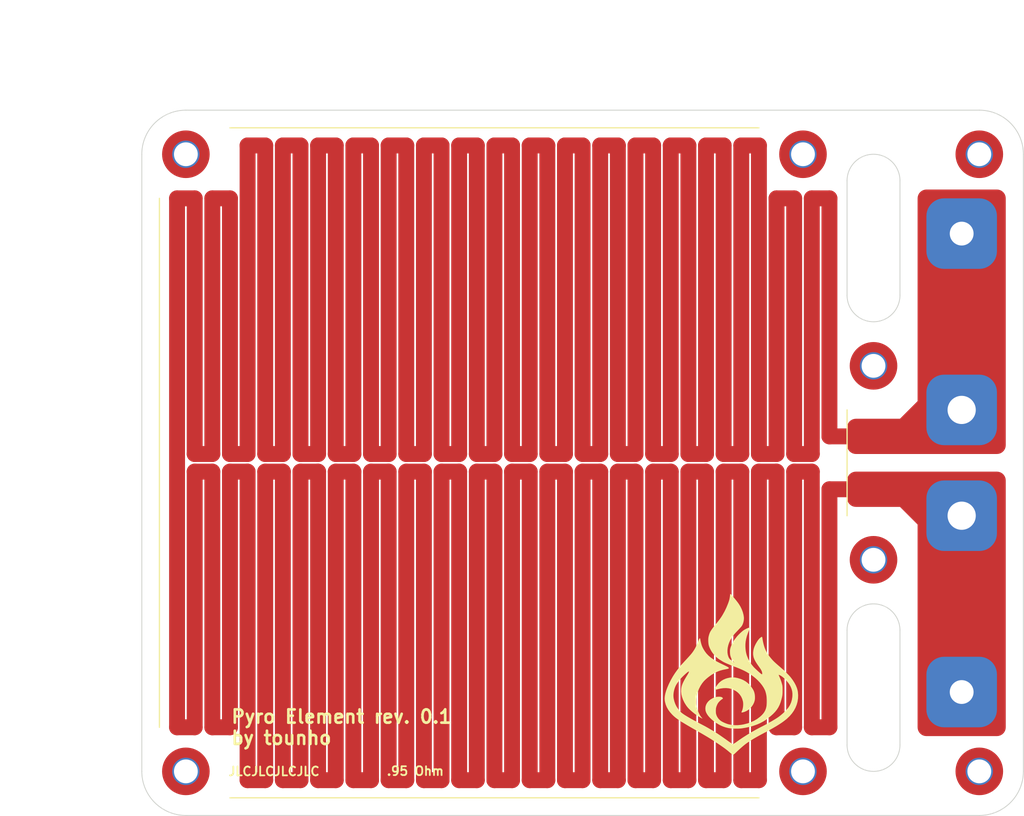
<source format=kicad_pcb>
(kicad_pcb (version 20221018) (generator pcbnew)
  (layers (0 "F.Cu" signal) (31 "B.Cu" signal) (34 "B.Paste" user) (35 "F.Paste" user) (36 "B.SilkS" user "B.Silkscreen") (37 "F.SilkS" user "F.Silkscreen") (38 "B.Mask" user) (39 "F.Mask" user) (44 "Edge.Cuts" user))
  (net 0 "")
  (net 1 "Net-(H1-Pad1)")
  (footprint "LOGO" (layer "F.Cu") (at 117 114)
    (fp_text reference "G***" hide)
    (fp_text value "LOGO" hide)
    (fp_poly (pts (xy 0.296362 0.353749) (xy 0.516747 0.395079) (xy 0.600085 0.415353) (xy 0.928177 0.515059) (xy 1.222761 0.639288) (xy 1.488456 0.791322) (xy 1.729881 0.974445) (xy 1.951652 1.191939) (xy 2.158388 1.447087) (xy 2.262283 1.596947) (xy 2.353238 1.744269) (xy 2.42032 1.878667) (xy 2.470814 2.017703) (xy 2.51201 2.178936) (xy 2.520592 2.219338) (xy 2.541654 2.361894) (xy 2.55229 2.524748) (xy 2.552473 2.692156) (xy 2.542175 2.848371) (xy 2.521914 2.975317) (xy 2.445904 3.211869) (xy 2.332318 3.438997) (xy 2.186191 3.651397) (xy 2.01256 3.843759) (xy 1.816464 4.010779) (xy 1.602937 4.147148) (xy 1.377018 4.247561) (xy 1.287895 4.275483) (xy 1.17016 4.305176) (xy 1.088273 4.318752) (xy 1.03774 4.316737) (xy 1.019306 4.30705) (xy 1.020717 4.281701) (xy 1.038905 4.231167) (xy 1.058002 4.190343) (xy 1.126307 4.020647) (xy 1.176745 3.822924) (xy 1.208012 3.609524) (xy 1.218806 3.392798) (xy 1.207822 3.185095) (xy 1.180803 3.026586) (xy 1.093984 2.748654) (xy 0.972313 2.496921) (xy 0.815691 2.271266) (xy 0.624018 2.071568) (xy 0.397196 1.897708) (xy 0.135126 1.749564) (xy 0.124506 1.744457) (xy -0.138796 1.642516) (xy -0.422808 1.577937) (xy -0.725638 1.55075) (xy -1.045392 1.560983) (xy -1.380176 1.608668) (xy -1.728097 1.693832) (xy -1.796563 1.714574) (xy -1.878007 1.737867) (xy -1.943805 1.752731) (xy -1.982759 1.756764) (xy -1.987499 1.755527) (xy -2.00654 1.719464) (xy -1.997954 1.655353) (xy -1.963836 1.567106) (xy -1.90628 1.458636) (xy -1.827379 1.333853) (xy -1.729229 1.19667) (xy -1.613922 1.050998) (xy -1.603866 1.038912) (xy -1.443264 0.875719) (xy -1.24885 0.726736) (xy -1.029547 0.597314) (xy -0.794277 0.492804) (xy -0.581693 0.425838) (xy -0.338199 0.371986) (xy -0.118859 0.342093) (xy 0.088577 0.33605)) (fill solid) (layer "F.SilkS"))
    (fp_poly (pts (xy -0.219759 -9.120637) (xy -0.175544 -9.082677) (xy -0.111992 -9.018673) (xy -0.032728 -8.932908) (xy 0.058619 -8.829663) (xy 0.158424 -8.713221) (xy 0.26306 -8.587862) (xy 0.368901 -8.45787) (xy 0.47232 -8.327526) (xy 0.569691 -8.201112) (xy 0.657387 -8.082909) (xy 0.723041 -7.990009) (xy 0.903895 -7.695237) (xy 1.055414 -7.383553) (xy 1.174492 -7.063108) (xy 1.258025 -6.742053) (xy 1.298138 -6.480928) (xy 1.301478 -6.292235) (xy 1.277714 -6.088043) (xy 1.230137 -5.881943) (xy 1.162037 -5.687527) (xy 1.076705 -5.518385) (xy 1.057951 -5.488923) (xy 1.018282 -5.436537) (xy 0.953378 -5.359453) (xy 0.868806 -5.263891) (xy 0.770129 -5.156073) (xy 0.662913 -5.042223) (xy 0.600182 -4.977086) (xy 0.418037 -4.786739) (xy 0.264506 -4.619432) (xy 0.135258 -4.469583) (xy 0.025962 -4.331609) (xy -0.067713 -4.199928) (xy -0.150098 -4.068957) (xy -0.225524 -3.933113) (xy -0.25616 -3.873282) (xy -0.383051 -3.586449) (xy -0.477791 -3.298987) (xy -0.540081 -3.015103) (xy -0.569623 -2.739004) (xy -0.566116 -2.474895) (xy -0.529262 -2.226985) (xy -0.458761 -1.999479) (xy -0.398526 -1.871447) (xy -0.330812 -1.772643) (xy -0.235233 -1.6674) (xy -0.123827 -1.566965) (xy -0.008628 -1.482582) (xy 0.060169 -1.442879) (xy 0.12942 -1.408864) (xy 0.182705 -1.384441) (xy 0.208791 -1.374752) (xy 0.20904 -1.374742) (xy 0.20135 -1.38788) (xy 0.167947 -1.422387) (xy 0.11597 -1.470908) (xy 0.113776 -1.472884) (xy 0.013282 -1.575719) (xy -0.068347 -1.689873) (xy -0.137787 -1.826316) (xy -0.198262 -1.985739) (xy -0.229825 -2.085097) (xy -0.251294 -2.171369) (xy -0.265152 -2.25948) (xy -0.273877 -2.364352) (xy -0.278835 -2.470491) (xy -0.282325 -2.60229) (xy -0.280522 -2.705663) (xy -0.272291 -2.795626) (xy -0.256496 -2.887198) (xy -0.242519 -2.950881) (xy -0.18513 -3.1415) (xy -0.097942 -3.352349) (xy 0.015014 -3.576088) (xy 0.149707 -3.805376) (xy 0.302106 -4.032872) (xy 0.468179 -4.251236) (xy 0.478636 -4.264064) (xy 0.569349 -4.368489) (xy 0.679704 -4.485528) (xy 0.801787 -4.607668) (xy 0.927683 -4.7274) (xy 1.049478 -4.83721) (xy 1.159256 -4.929587) (xy 1.249104 -4.99702) (xy 1.255264 -5.001159) (xy 1.38458 -5.081687) (xy 1.514893 -5.153185) (xy 1.640024 -5.213167) (xy 1.753789 -5.259148) (xy 1.850009 -5.288644) (xy 1.922502 -5.299168) (xy 1.965086 -5.288237) (xy 1.966347 -5.287055) (xy 1.966964 -5.25843) (xy 1.950092 -5.195987) (xy 1.9174 -5.105121) (xy 1.886369 -5.028383) (xy 1.745905 -4.671332) (xy 1.635291 -4.339742) (xy 1.553367 -4.028366) (xy 1.498971 -3.731958) (xy 1.47094 -3.445271) (xy 1.468115 -3.163059) (xy 1.468873 -3.142268) (xy 1.484381 -2.884047) (xy 1.510254 -2.656536) (xy 1.548504 -2.447612) (xy 1.60114 -2.24515) (xy 1.635882 -2.13535) (xy 1.775198 -1.781778) (xy 1.951094 -1.44689) (xy 2.165724 -1.127045) (xy 2.40328 -0.838451) (xy 2.467439 -0.7711) (xy 2.556299 -0.683301) (xy 2.662673 -0.581646) (xy 2.779371 -0.472724) (xy 2.899205 -0.363128) (xy 3.014987 -0.259447) (xy 3.119527 -0.168272) (xy 3.205636 -0.096193) (xy 3.254099 -0.058411) (xy 3.314068 -0.021) (xy 3.352404 -0.015942) (xy 3.371741 -0.045887) (xy 3.374716 -0.113487) (xy 3.369598 -0.174571) (xy 3.34969 -0.278435) (xy 3.310296 -0.388664) (xy 3.248409 -0.51121) (xy 3.161024 -0.652024) (xy 3.045134 -0.817056) (xy 3.044781 -0.817537) (xy 2.875047 -1.054943) (xy 2.733657 -1.265509) (xy 2.618247 -1.453411) (xy 2.526454 -1.622822) (xy 2.455915 -1.777915) (xy 2.404265 -1.922865) (xy 2.389451 -1.974828) (xy 2.347348 -2.212552) (xy 2.34151 -2.466925) (xy 2.371672 -2.730716) (xy 2.425372 -2.956787) (xy 2.489485 -3.138497) (xy 2.577068 -3.335728) (xy 2.68154 -3.536586) (xy 2.796319 -3.72918) (xy 2.914822 -3.901617) (xy 3.01919 -4.029714) (xy 3.093217 -4.104144) (xy 3.171364 -4.170653) (xy 3.245308 -4.223356) (xy 3.306727 -4.256366) (xy 3.347302 -4.263798) (xy 3.349251 -4.263168) (xy 3.36732 -4.235663) (xy 3.385669 -4.170383) (xy 3.402701 -4.073156) (xy 3.404166 -4.062664) (xy 3.449187 -3.790305) (xy 3.509036 -3.515381) (xy 3.580927 -3.24753) (xy 3.662073 -2.996388) (xy 3.749685 -2.771592) (xy 3.821852 -2.618557) (xy 3.95642 -2.386167) (xy 4.126886 -2.138049) (xy 4.334536 -1.872364) (xy 4.399561 -1.794523) (xy 4.482126 -1.69879) (xy 4.563501 -1.608809) (xy 4.648383 -1.520113) (xy 4.741471 -1.428232) (xy 4.847462 -1.328702) (xy 4.971055 -1.217053) (xy 5.116947 -1.08882) (xy 5.289837 -0.939534) (xy 5.379029 -0.863159) (xy 5.597512 -0.672671) (xy 5.810889 -0.479424) (xy 6.014152 -0.288312) (xy 6.202293 -0.104229) (xy 6.370304 0.067933) (xy 6.513176 0.223279) (xy 6.619714 0.349141) (xy 6.844638 0.651515) (xy 7.03572 0.952878) (xy 7.19144 1.250125) (xy 7.310279 1.540151) (xy 7.390717 1.819851) (xy 7.420506 1.985739) (xy 7.450357 2.362076) (xy 7.437497 2.73135) (xy 7.382473 3.092274) (xy 7.285832 3.443561) (xy 7.148121 3.783924) (xy 6.969889 4.112074) (xy 6.751682 4.426724) (xy 6.494047 4.726587) (xy 6.197533 5.010376) (xy 6.099055 5.093855) (xy 5.930768 5.22843) (xy 5.753295 5.361813) (xy 5.563173 5.496145) (xy 5.356937 5.633571) (xy 5.131126 5.776234) (xy 4.882275 5.926277) (xy 4.60692 6.085842) (xy 4.301598 6.257073) (xy 3.962846 6.442113) (xy 3.644158 6.612853) (xy 3.302575 6.795748) (xy 2.996811 6.962279) (xy 2.723186 7.114652) (xy 2.478023 7.255071) (xy 2.257646 7.385742) (xy 2.058376 7.50887) (xy 1.876535 7.62666) (xy 1.708447 7.741318) (xy 1.550434 7.85505) (xy 1.462027 7.921402) (xy 1.361553 8.000958) (xy 1.236952 8.10438) (xy 1.095543 8.225268) (xy 0.944647 8.357225) (xy 0.791583 8.493854) (xy 0.643668 8.628755) (xy 0.513258 8.750747) (xy 0.389068 8.86851) (xy 0.292074 8.959281) (xy 0.21784 9.026137) (xy 0.161928 9.072151) (xy 0.119902 9.100401) (xy 0.087325 9.11396) (xy 0.05976 9.115905) (xy 0.032771 9.109311) (xy 0.009147 9.10017) (xy -0.022323 9.080131) (xy -0.079934 9.036632) (xy -0.157004 8.974978) (xy -0.246849 8.900471) (xy -0.307261 8.849097) (xy -0.451133 8.727366) (xy -0.591544 8.612696) (xy -0.734534 8.500612) (xy -0.886142 8.386636) (xy -1.052406 8.266293) (xy -1.239366 8.135109) (xy -1.453059 7.988606) (xy -1.625688 7.871917) (xy -1.812829 7.746432) (xy -1.985849 7.631525) (xy -2.149271 7.524435) (xy -2.307618 7.422406) (xy -2.465414 7.322676) (xy -2.627181 7.222487) (xy -2.797444 7.119081) (xy -2.980725 7.009698) (xy -3.181549 6.891579) (xy -3.404437 6.761965) (xy -3.653914 6.618097) (xy -3.934503 6.457216) (xy -4.102406 6.361235) (xy -4.461688 6.155391) (xy -4.785123 5.968617) (xy -5.07526 5.799234) (xy -5.334643 5.645561) (xy -5.565822 5.505918) (xy -5.771344 5.378625) (xy -5.953754 5.262001) (xy -6.115601 5.154367) (xy -6.259432 5.054042) (xy -6.387794 4.959346) (xy -6.503234 4.868598) (xy -6.6083 4.780119) (xy -6.705538 4.692229) (xy -6.797496 4.603246) (xy -6.852728 4.547048) (xy -7.093603 4.274951) (xy -7.292326 4.000238) (xy -7.45039 3.720019) (xy -7.569284 3.431407) (xy -7.650499 3.131514) (xy -7.682486 2.939401) (xy -7.693515 2.710091) (xy -7.670885 2.453258) (xy -7.614588 2.168867) (xy -7.524613 1.856881) (xy -7.400951 1.517262) (xy -7.243593 1.149974) (xy -7.177543 1.008558) (xy -6.978138 0.613919) (xy -6.763252 0.235921) (xy -6.528563 -0.131628) (xy -6.269749 -0.494922) (xy -5.982488 -0.860155) (xy -5.66246 -1.23352) (xy -5.450124 -1.467029) (xy -5.267858 -1.663764) (xy -5.112457 -1.832254) (xy -4.980889 -1.976046) (xy -4.870125 -2.098692) (xy -4.777133 -2.203741) (xy -4.698883 -2.294742) (xy -4.632344 -2.375245) (xy -4.574486 -2.448799) (xy -4.522277 -2.518955) (xy -4.472688 -2.589261) (xy -4.422688 -2.663268) (xy -4.401743 -2.694931) (xy -4.315973 -2.830891) (xy -4.236274 -2.970416) (xy -4.158479 -3.121861) (xy -4.078417 -3.293578) (xy -3.991921 -3.49392) (xy -3.93887 -3.622337) (xy -3.889147 -3.743366) (xy -3.842988 -3.854132) (xy -3.803748 -3.946708) (xy -3.774782 -4.013164) (xy -3.761156 -4.042397) (xy -3.724586 -4.091179) (xy -3.690494 -4.09821) (xy -3.664627 -4.064089) (xy -3.656527 -4.031486) (xy -3.611251 -3.775131) (xy -3.562255 -3.553017) (xy -3.506038 -3.355741) (xy -3.439098 -3.173902) (xy -3.357932 -2.9981) (xy -3.259039 -2.818931) (xy -3.138918 -2.626995) (xy -3.126204 -2.607646) (xy -2.947408 -2.371406) (xy -2.726967 -2.140887) (xy -2.466664 -1.917473) (xy -2.16828 -1.702547) (xy -1.833598 -1.497494) (xy -1.464398 -1.303698) (xy -1.418385 -1.281515) (xy -1.193743 -1.17388) (xy -1.005515 -1.082927) (xy -0.850516 -1.006995) (xy -0.72556 -0.944425) (xy -0.627461 -0.893556) (xy -0.553033 -0.852726) (xy -0.49909 -0.820276) (xy -0.462445 -0.794545) (xy -0.439914 -0.773872) (xy -0.436429 -0.769703) (xy -0.407334 -0.72882) (xy -0.405129 -0.703292) (xy -0.428629 -0.675056) (xy -0.430132 -0.673571) (xy -0.47281 -0.650671) (xy -0.557329 -0.625229) (xy -0.684347 -0.597067) (xy -0.777257 -0.579505) (xy -1.100179 -0.512221) (xy -1.391407 -0.431326) (xy -1.661763 -0.333049) (xy -1.922073 -0.213624) (xy -2.094846 -0.120696) (xy -2.329383 0.02252) (xy -2.566332 0.185771) (xy -2.79544 0.361103) (xy -3.006457 0.54056) (xy -3.189129 0.716187) (xy -3.232191 0.761842) (xy -3.43601 1.011675) (xy -3.620407 1.295207) (xy -3.781965 1.605538) (xy -3.91727 1.935768) (xy -4.022907 2.278995) (xy -4.059263 2.433075) (xy -4.087458 2.59913) (xy -4.107415 2.787815) (xy -4.118757 2.98663) (xy -4.12111 3.183075) (xy -4.114098 3.364649) (xy -4.097346 3.518851) (xy -4.092672 3.545962) (xy -4.047214 3.745048) (xy -3.984681 3.953399) (xy -3.908731 4.162546) (xy -3.823023 4.364023) (xy -3.731215 4.549363) (xy -3.636966 4.710099) (xy -3.543933 4.837763) (xy -3.525302 4.859127) (xy -3.469585 4.922121) (xy -3.427385 4.972549) (xy -3.405633 5.002024) (xy -3.404124 5.005683) (xy -3.421103 5.008254) (xy -3.468537 4.989026) (xy -3.541174 4.951287) (xy -3.63376 4.898328) (xy -3.741041 4.833439) (xy -3.857764 4.759912) (xy -3.978676 4.681035) (xy -4.098524 4.600101) (xy -4.212054 4.520398) (xy -4.314013 4.445218) (xy -4.375066 4.397544) (xy -4.567268 4.240078) (xy -4.728927 4.10096) (xy -4.865835 3.974359) (xy -4.983781 3.854443) (xy -5.088556 3.735381) (xy -5.18595 3.611342) (xy -5.264027 3.502319) (xy -5.455796 3.193379) (xy -5.607666 2.879886) (xy -5.718981 2.564096) (xy -5.789082 2.248267) (xy -5.817313 1.934653) (xy -5.805225 1.645183) (xy -5.787463 1.508535) (xy -5.763291 1.378707) (xy -5.730632 1.250982) (xy -5.687408 1.120643) (xy -5.631542 0.982974) (xy -5.560958 0.833258) (xy -5.473578 0.666778) (xy -5.367325 0.478817) (xy -5.240122 0.264659) (xy -5.089893 0.019587) (xy -5.088084 0.016669) (xy -5.01598 -0.107006) (xy -4.96698 -0.207353) (xy -4.942424 -0.281068) (xy -4.943655 -0.324845) (xy -4.947433 -0.330044) (xy -4.974516 -0.327638) (xy -5.02743 -0.297535) (xy -5.101851 -0.24359) (xy -5.19346 -0.169658) (xy -5.297933 -0.079593) (xy -5.41095 0.022748) (xy -5.528188 0.133511) (xy -5.645326 0.24884) (xy -5.758043 0.364882) (xy -5.862016 0.477779) (xy -5.895019 0.515237) (xy -6.094031 0.755999) (xy -6.258303 0.98262) (xy -6.391319 1.202027) (xy -6.496558 1.421146) (xy -6.577503 1.646905) (xy -6.637635 1.886229) (xy -6.667034 2.051203) (xy -6.691224 2.252205) (xy -6.6969 2.433297) (xy -6.683973 2.614133) (xy -6.663907 2.750519) (xy -6.593543 3.050361) (xy -6.487993 3.34623) (xy -6.351418 3.630043) (xy -6.187979 3.893717) (xy -6.001837 4.129168) (xy -5.899276 4.235996) (xy -5.822682 4.306227) (xy -5.733673 4.379714) (xy -5.630026 4.457774) (xy -5.509523 4.541725) (xy -5.369942 4.632883) (xy -5.209062 4.732567) (xy -5.024663 4.842093) (xy -4.814525 4.962778) (xy -4.576426 5.095941) (xy -4.308146 5.242898) (xy -4.007465 5.404966) (xy -3.672162 5.583463) (xy -3.300015 5.779706) (xy -3.273196 5.793791) (xy -3.035311 5.921855) (xy -2.773274 6.068471) (xy -2.498534 6.226942) (xy -2.22254 6.390574) (xy -1.956739 6.552672) (xy -1.715052 6.704953) (xy -1.623096 6.765466) (xy -1.502141 6.84723) (xy -1.358479 6.945825) (xy -1.198405 7.056831) (xy -1.028212 7.175827) (xy -0.854194 7.298394) (xy -0.682645 7.42011) (xy -0.519858 7.536557) (xy -0.372127 7.643312) (xy -0.245745 7.735957) (xy -0.222112 7.7535) (xy -0.133167 7.817025) (xy -0.052904 7.869458) (xy 0.010397 7.905718) (xy 0.048457 7.920725) (xy 0.050654 7.920861) (xy 0.08632 7.908183) (xy 0.147544 7.873936) (xy 0.22552 7.823452) (xy 0.305498 7.7665) (xy 0.740138 7.454669) (xy 1.206966 7.140474) (xy 1.695431 6.830387) (xy 2.194983 6.53088) (xy 2.69507 6.248426) (xy 3.185142 5.989497) (xy 3.281876 5.940678) (xy 3.53232 5.812888) (xy 3.788169 5.677787) (xy 4.043829 5.538605) (xy 4.293707 5.398571) (xy 4.532211 5.260915) (xy 4.753747 5.128866) (xy 4.952723 5.005653) (xy 5.123544 4.894506) (xy 5.260619 4.798654) (xy 5.263538 4.796502) (xy 5.472786 4.63399) (xy 5.679576 4.458373) (xy 5.876941 4.276382) (xy 6.057914 4.094745) (xy 6.215526 3.920192) (xy 6.34281 3.759451) (xy 6.355048 3.742354) (xy 6.519449 3.476076) (xy 6.64542 3.195275) (xy 6.734245 2.89619) (xy 6.787208 2.57506) (xy 6.798359 2.443986) (xy 6.80203 2.174395) (xy 6.774914 1.924587) (xy 6.714623 1.68326) (xy 6.618765 1.439114) (xy 6.560752 1.320189) (xy 6.455923 1.140427) (xy 6.325895 0.955327) (xy 6.17686 0.771231) (xy 6.01501 0.594483) (xy 5.846536 0.431426) (xy 5.677629 0.288403) (xy 5.514483 0.171758) (xy 5.363288 0.087833) (xy 5.353568 0.083461) (xy 5.294776 0.060446) (xy 5.25399 0.050032) (xy 5.244076 0.051227) (xy 5.248028 0.074372) (xy 5.267411 0.128363) (xy 5.298921 0.204627) (xy 5.331008 0.276719) (xy 5.449103 0.559357) (xy 5.553188 0.857421) (xy 5.631858 1.134708) (xy 5.649598 1.210681) (xy 5.662784 1.280894) (xy 5.672085 1.353931) (xy 5.67817 1.438377) (xy 5.68171 1.542817) (xy 5.683375 1.675834) (xy 5.683797 1.800258) (xy 5.683142 1.98016) (xy 5.679795 2.12756) (xy 5.672447 2.253577) (xy 5.659794 2.36933) (xy 5.640527 2.485938) (xy 5.613341 2.614519) (xy 5.576928 2.766192) (xy 5.564388 2.816355) (xy 5.467297 3.150746) (xy 5.350156 3.454933) (xy 5.209043 3.735061) (xy 5.04004 3.997277) (xy 4.839226 4.247728) (xy 4.602683 4.492559) (xy 4.35335 4.71542) (xy 4.169607 4.865304) (xy 3.979071 5.011919) (xy 3.792173 5.147602) (xy 3.619345 5.264689) (xy 3.525918 5.323325) (xy 3.185061 5.508637) (xy 2.808486 5.675183) (xy 2.400511 5.821564) (xy 1.965455 5.946382) (xy 1.507637 6.048238) (xy 1.058333 6.122081) (xy 0.883671 6.139843) (xy 0.68119 6.150186) (xy 0.46144 6.153393) (xy 0.234975 6.14975) (xy 0.012346 6.139541) (xy -0.195895 6.12305) (xy -0.379196 6.100563) (xy -0.492496 6.080246) (xy -0.796167 6.004268) (xy -1.077921 5.909183) (xy -1.349405 5.790026) (xy -1.622263 5.641833) (xy -1.837604 5.50681) (xy -2.10655 5.316895) (xy -2.347089 5.121216) (xy -2.556981 4.922355) (xy -2.73399 4.722894) (xy -2.875876 4.525416) (xy -2.980403 4.332503) (xy -3.045331 4.146738) (xy -3.055066 4.101969) (xy -3.076855 3.87662) (xy -3.056385 3.658636) (xy -2.994754 3.450401) (xy -2.893061 3.254297) (xy -2.752404 3.072708) (xy -2.573882 2.908017) (xy -2.469792 2.832095) (xy -2.232613 2.693676) (xy -1.993964 2.598086) (xy -1.751395 2.544523) (xy -1.551278 2.531393) (xy -1.403658 2.536888) (xy -1.290711 2.554507) (xy -1.204654 2.586273) (xy -1.137701 2.634213) (xy -1.131002 2.640727) (xy -1.089717 2.694077) (xy -1.086236 2.738783) (xy -1.122353 2.7806) (xy -1.186498 2.818662) (xy -1.23897 2.853048) (xy -1.310772 2.910629) (xy -1.391491 2.98266) (xy -1.453726 3.043034) (xy -1.546071 3.140619) (xy -1.615499 3.226594) (xy -1.673245 3.31652) (xy -1.730544 3.42596) (xy -1.731334 3.427579) (xy -1.827866 3.669179) (xy -1.884124 3.912264) (xy -1.901057 4.152965) (xy -1.87961 4.387414) (xy -1.820731 4.611743) (xy -1.725367 4.822085) (xy -1.594463 5.014571) (xy -1.428968 5.185333) (xy -1.272037 5.303877) (xy -1.150061 5.375229) (xy -0.999211 5.450516) (xy -0.833122 5.523797) (xy -0.665431 5.589129) (xy -0.509771 5.640571) (xy -0.480069 5.649003) (xy -0.140697 5.721103) (xy 0.218226 5.757608) (xy 0.590885 5.758435) (xy 0.971463 5.723502) (xy 1.259146 5.67367) (xy 1.686971 5.565657) (xy 2.086373 5.426188) (xy 2.456587 5.255651) (xy 2.796847 5.054435) (xy 3.106388 4.822929) (xy 3.319469 4.628116) (xy 3.485288 4.44596) (xy 3.619422 4.259056) (xy 3.724358 4.061124) (xy 3.80258 3.845879) (xy 3.856573 3.60704) (xy 3.888823 3.338324) (xy 3.898626 3.164089) (xy 3.898372 2.900341) (xy 3.87964 2.632814) (xy 3.843998 2.371394) (xy 3.793012 2.125966) (xy 3.728251 1.906417) (xy 3.679565 1.782392) (xy 3.535653 1.503626) (xy 3.351727 1.224608) (xy 3.131271 0.948629) (xy 2.877771 0.678977) (xy 2.594711 0.418941) (xy 2.285575 0.171812) (xy 1.953848 -0.059121) (xy 1.603015 -0.27057) (xy 1.378075 -0.390115) (xy 1.230347 -0.461988) (xy 1.061001 -0.54005) (xy 0.888197 -0.616173) (xy 0.730096 -0.682231) (xy 0.687371 -0.699214) (xy 0.389827 -0.81586) (xy 0.129738 -0.918315) (xy -0.096194 -1.008009) (xy -0.291265 -1.086373) (xy -0.458773 -1.154837) (xy -0.602014 -1.214831) (xy -0.724286 -1.267786) (xy -0.828884 -1.315132) (xy -0.919106 -1.3583) (xy -0.998249 -1.398721) (xy -1.069609 -1.437824) (xy -1.136484 -1.47704) (xy -1.202169 -1.517799) (xy -1.208382 -1.52175) (xy -1.309868 -1.586004) (xy -1.423081 -1.6571) (xy -1.524574 -1.720318) (xy -1.530335 -1.723883) (xy -1.636185 -1.799027) (xy -1.758737 -1.901799) (xy -1.88975 -2.024019) (xy -2.02098 -2.157504) (xy -2.144185 -2.294073) (xy -2.251122 -2.425544) (xy -2.288807 -2.476718) (xy -2.399679 -2.64744) (xy -2.502715 -2.833476) (xy -2.591487 -3.021717) (xy -2.65957 -3.199055) (xy -2.685556 -3.286) (xy -2.714881 -3.433335) (xy -2.73505 -3.607983) (xy -2.745298 -3.794428) (xy -2.744861 -3.977156) (xy -2.732972 -4.140652) (xy -2.729132 -4.169817) (xy -2.701761 -4.313997) (xy -2.661197 -4.469189) (xy -2.611991 -4.621078) (xy -2.558689 -4.755351) (xy -2.515916 -4.840882) (xy -2.452945 -4.945775) (xy -2.381977 -5.05449) (xy -2.29905 -5.172439) (xy -2.200204 -5.305033) (xy -2.081479 -5.45768) (xy -1.938914 -5.635793) (xy -1.888591 -5.697846) (xy -1.741783 -5.879292) (xy -1.618736 -6.033711) (xy -1.514935 -6.167315) (xy -1.425863 -6.286319) (xy -1.347002 -6.396934) (xy -1.273836 -6.505376) (xy -1.201848 -6.617857) (xy -1.126521 -6.74059) (xy -1.10693 -6.773117) (xy -0.888706 -7.163498) (xy -0.691562 -7.574226) (xy -0.516635 -7.999357) (xy -0.448416 -8.18347) (xy -0.395818 -8.340389) (xy -0.355683 -8.482315) (xy -0.324855 -8.62145) (xy -0.300177 -8.769995) (xy -0.282825 -8.903093) (xy -0.270442 -8.994518) (xy -0.257534 -9.069409) (xy -0.246056 -9.11725) (xy -0.241011 -9.128273)) (fill solid) (layer "F.SilkS"))
  )
  (footprint "MHole:M2.5" (layer "F.Cu") (at 143 116)
    (fp_text reference "H10" hide)
    (fp_text value "MountingHole_Pad" hide)
    (pad "1" thru_hole roundrect (at 0 0) (size 8 8) (drill 2.7) (layers "*.Cu" "*.Mask") (net 1 "Net-(H1-Pad1)"))
  )
  (footprint "MountingHole:MountingHole_2.7mm_M2.5_Pad_TopOnly" (layer "F.Cu") (at 145 55)
    (fp_text reference "H5" hide)
    (fp_text value "MountingHole" hide)
    (pad "1" thru_hole circle (at 0 0) (size 3.1 3.1) (drill 2.7) (layers "*.Cu" "*.Mask"))
    (pad "1" connect circle (at 0 0) (size 5.4 5.4) (layers "F.Cu" "F.Mask"))
  )
  (footprint "MHole:M2.5" (layer "F.Cu") (at 143 64)
    (fp_text reference "H1" hide)
    (fp_text value "MountingHole_Pad" hide)
    (pad "1" thru_hole roundrect (at 0 0) (size 8 8) (drill 2.7) (layers "*.Cu" "*.Mask") (net 1 "Net-(H1-Pad1)"))
  )
  (footprint "MHole:M3" (layer "F.Cu") (at 143 84)
    (fp_text reference "H2" (at 0 -0.5 unlocked) (layer "F.SilkS"))
    (fp_text value "MountingHole_Pad")
    (pad "1" thru_hole roundrect (at 0 0) (size 8 8) (drill 3.2) (layers "*.Cu" "*.Mask") (net 1 "Net-(H1-Pad1)"))
  )
  (footprint "MountingHole:MountingHole_2.7mm_M2.5_Pad_TopOnly" (layer "F.Cu") (at 55 125)
    (fp_text reference "H6" hide)
    (fp_text value "MountingHole" hide)
    (pad "1" thru_hole circle (at 0 0) (size 3.1 3.1) (drill 2.7) (layers "*.Cu" "*.Mask"))
    (pad "1" connect circle (at 0 0) (size 5.4 5.4) (layers "F.Cu" "F.Mask"))
  )
  (footprint "MountingHole:MountingHole_2.7mm_M2.5_Pad_TopOnly" (layer "F.Cu") (at 133 79)
    (fp_text reference "H7" hide)
    (fp_text value "MountingHole" hide)
    (pad "1" thru_hole circle (at 0 0) (size 3.1 3.1) (drill 2.7) (layers "*.Cu" "*.Mask"))
    (pad "1" connect circle (at 0 0) (size 5.4 5.4) (layers "F.Cu" "F.Mask"))
  )
  (footprint "MountingHole:MountingHole_2.7mm_M2.5_Pad_TopOnly" (layer "F.Cu") (at 145 125)
    (fp_text reference "H3" hide)
    (fp_text value "MountingHole" hide)
    (pad "1" thru_hole circle (at 0 0) (size 3.1 3.1) (drill 2.7) (layers "*.Cu" "*.Mask"))
    (pad "1" connect circle (at 0 0) (size 5.4 5.4) (layers "F.Cu" "F.Mask"))
  )
  (footprint "MHole:M3" (layer "F.Cu") (at 143 96)
    (fp_text reference "H9" (at 0 -0.5 unlocked) (layer "F.SilkS"))
    (fp_text value "MountingHole_Pad")
    (pad "1" thru_hole roundrect (at 0 0) (size 8 8) (drill 3.2) (layers "*.Cu" "*.Mask") (net 1 "Net-(H1-Pad1)"))
  )
  (footprint "MountingHole:MountingHole_2.7mm_M2.5_Pad_TopOnly" (layer "F.Cu") (at 133 101)
    (fp_text reference "H8" hide)
    (fp_text value "MountingHole" hide)
    (pad "1" thru_hole circle (at 0 0) (size 3.1 3.1) (drill 2.7) (layers "*.Cu" "*.Mask"))
    (pad "1" connect circle (at 0 0) (size 5.4 5.4) (layers "F.Cu" "F.Mask"))
  )
  (footprint "MountingHole:MountingHole_2.7mm_M2.5_Pad_TopOnly" (layer "F.Cu") (at 125 55)
    (fp_text reference "H11" hide)
    (fp_text value "MountingHole" hide)
    (pad "1" thru_hole circle (at 0 0) (size 3.1 3.1) (drill 2.7) (layers "*.Cu" "*.Mask"))
    (pad "1" connect circle (at 0 0) (size 5.4 5.4) (layers "F.Cu" "F.Mask"))
  )
  (footprint "MountingHole:MountingHole_2.7mm_M2.5_Pad_TopOnly" (layer "F.Cu") (at 55 55)
    (fp_text reference "H4" hide)
    (fp_text value "MountingHole" hide)
    (pad "1" thru_hole circle (at 0 0) (size 3.1 3.1) (drill 2.7) (layers "*.Cu" "*.Mask"))
    (pad "1" connect circle (at 0 0) (size 5.4 5.4) (layers "F.Cu" "F.Mask"))
  )
  (footprint "MountingHole:MountingHole_2.7mm_M2.5_Pad_TopOnly" (layer "F.Cu") (at 125 125)
    (fp_text reference "H12" hide)
    (fp_text value "MountingHole" hide)
    (pad "1" thru_hole circle (at 0 0) (size 3.1 3.1) (drill 2.7) (layers "*.Cu" "*.Mask"))
    (pad "1" connect circle (at 0 0) (size 5.4 5.4) (layers "F.Cu" "F.Mask"))
  )
  (gr_line (start 60 128) (end 120 128) (stroke (width 0.15)) (layer "F.SilkS"))
  (gr_line (start 130 84) (end 130 96) (stroke (width 0.15)) (layer "F.SilkS"))
  (gr_line (start 60 52) (end 120 52) (stroke (width 0.15)) (layer "F.SilkS"))
  (gr_line (start 52 120) (end 52 60) (stroke (width 0.15)) (layer "F.SilkS"))
  (gr_line (start 130 58) (end 130 71) (stroke (width 0.1)) (layer "Edge.Cuts"))
  (gr_line (start 55 50) (end 145 50) (stroke (width 0.1)) (layer "Edge.Cuts"))
  (gr_arc (start 55 130) (mid 51.464466 128.535534) (end 50 125) (stroke (width 0.1)) (layer "Edge.Cuts"))
  (gr_arc (start 145 50) (mid 148.535534 51.464466) (end 150 55) (stroke (width 0.1)) (layer "Edge.Cuts"))
  (gr_line (start 50 125) (end 50 55) (stroke (width 0.1)) (layer "Edge.Cuts"))
  (gr_arc (start 130 109) (mid 133 106) (end 136 109) (stroke (width 0.1)) (layer "Edge.Cuts"))
  (gr_line (start 145 130) (end 55 130) (stroke (width 0.1)) (layer "Edge.Cuts"))
  (gr_arc (start 50 55) (mid 51.464466 51.464466) (end 55 50) (stroke (width 0.1)) (layer "Edge.Cuts"))
  (gr_line (start 136 71) (end 136 58) (stroke (width 0.1)) (layer "Edge.Cuts"))
  (gr_arc (start 136 122) (mid 133 125) (end 130 122) (stroke (width 0.1)) (layer "Edge.Cuts"))
  (gr_arc (start 130 58) (mid 133 55) (end 136 58) (stroke (width 0.1)) (layer "Edge.Cuts"))
  (gr_arc (start 136 71) (mid 133 74) (end 130 71) (stroke (width 0.1)) (layer "Edge.Cuts"))
  (gr_line (start 130 109) (end 130 122) (stroke (width 0.1)) (layer "Edge.Cuts"))
  (gr_line (start 136 122) (end 136 109) (stroke (width 0.1)) (layer "Edge.Cuts"))
  (gr_line (start 150 55) (end 150 125) (stroke (width 0.1)) (layer "Edge.Cuts"))
  (gr_arc (start 150 125) (mid 148.535534 128.535534) (end 145 130) (stroke (width 0.1)) (layer "Edge.Cuts"))
  (gr_text "JLCJLCJLCJLC" (at 65 125) (layer "F.SilkS") (effects (font (size 1 1) (thickness 0.2))))
  (gr_text "Pyro Element rev. 0.1\nby tounho" (at 60 120) (layer "F.SilkS") (effects (font (size 1.5 1.5) (thickness 0.3)) (justify left)))
  (gr_text ".95 Ohm" (at 81.026 124.968) (layer "F.SilkS") (effects (font (size 1 1) (thickness 0.2))))
  (segment (start 56 91) (end 56 120) (width 1.804) (layer "F.Cu") (net 1))
  (segment (start 104 54) (end 104 89) (width 1.804) (layer "F.Cu") (net 1))
  (segment (start 74 126) (end 74 91) (width 1.804) (layer "F.Cu") (net 1))
  (segment (start 82 54) (end 84 54) (width 1.804) (layer "F.Cu") (net 1))
  (segment (start 80 126) (end 78 126) (width 1.804) (layer "F.Cu") (net 1))
  (segment (start 98 126) (end 98 91) (width 1.804) (layer "F.Cu") (net 1))
  (segment (start 54 60) (end 56 60) (width 1.804) (layer "F.Cu") (net 1))
  (segment (start 126 60) (end 128 60) (width 1.804) (layer "F.Cu") (net 1))
  (segment (start 110 91) (end 108 91) (width 1.804) (layer "F.Cu") (net 1))
  (segment (start 112 126) (end 110 126) (width 1.804) (layer "F.Cu") (net 1))
  (segment (start 76 126) (end 74 126) (width 1.804) (layer "F.Cu") (net 1))
  (segment (start 94 54) (end 96 54) (width 1.804) (layer "F.Cu") (net 1))
  (segment (start 124 120) (end 122 120) (width 1.804) (layer "F.Cu") (net 1))
  (segment (start 108 54) (end 108 89) (width 1.804) (layer "F.Cu") (net 1))
  (segment (start 96 126) (end 94 126) (width 1.804) (layer "F.Cu") (net 1))
  (segment (start 122 120) (end 122 91) (width 1.804) (layer "F.Cu") (net 1))
  (segment (start 124 89) (end 126 89) (width 1.804) (layer "F.Cu") (net 1))
  (segment (start 108 89) (end 110 89) (width 1.804) (layer "F.Cu") (net 1))
  (segment (start 72 91) (end 72 126) (width 1.804) (layer "F.Cu") (net 1))
  (segment (start 106 89) (end 106 54) (width 1.804) (layer "F.Cu") (net 1))
  (segment (start 120 89) (end 122 89) (width 1.804) (layer "F.Cu") (net 1))
  (segment (start 106 91) (end 104 91) (width 1.804) (layer "F.Cu") (net 1))
  (segment (start 66 54) (end 68 54) (width 1.804) (layer "F.Cu") (net 1))
  (segment (start 100 91) (end 100 126) (width 1.804) (layer "F.Cu") (net 1))
  (segment (start 114 89) (end 114 54) (width 1.804) (layer "F.Cu") (net 1))
  (segment (start 106 126) (end 106 91) (width 1.804) (layer "F.Cu") (net 1))
  (segment (start 56 89) (end 58 89) (width 1.804) (layer "F.Cu") (net 1))
  (segment (start 84 126) (end 82 126) (width 1.804) (layer "F.Cu") (net 1))
  (segment (start 106 54) (end 108 54) (width 1.804) (layer "F.Cu") (net 1))
  (segment (start 90 89) (end 90 54) (width 1.804) (layer "F.Cu") (net 1))
  (segment (start 96 91) (end 96 126) (width 1.804) (layer "F.Cu") (net 1))
  (segment (start 72 126) (end 70 126) (width 1.804) (layer "F.Cu") (net 1))
  (segment (start 104 89) (end 106 89) (width 1.804) (layer "F.Cu") (net 1))
  (segment (start 62 126) (end 62 91) (width 1.804) (layer "F.Cu") (net 1))
  (segment (start 70 54) (end 72 54) (width 1.804) (layer "F.Cu") (net 1))
  (segment (start 60 120) (end 58 120) (width 1.804) (layer "F.Cu") (net 1))
  (segment (start 104 126) (end 102 126) (width 1.804) (layer "F.Cu") (net 1))
  (segment (start 110 89) (end 110 54) (width 1.804) (layer "F.Cu") (net 1))
  (segment (start 74 54) (end 76 54) (width 1.804) (layer "F.Cu") (net 1))
  (segment (start 128 60) (end 128 87) (width 1.804) (layer "F.Cu") (net 1))
  (segment (start 102 126) (end 102 91) (width 1.804) (layer "F.Cu") (net 1))
  (segment (start 68 91) (end 68 126) (width 1.804) (layer "F.Cu") (net 1))
  (segment (start 120 91) (end 120 126) (width 1.804) (layer "F.Cu") (net 1))
  (segment (start 74 91) (end 72 91) (width 1.804) (layer "F.Cu") (net 1))
  (segment (start 108 91) (end 108 126) (width 1.804) (layer "F.Cu") (net 1))
  (segment (start 114 54) (end 116 54) (width 1.804) (layer "F.Cu") (net 1))
  (segment (start 74 89) (end 74 54) (width 1.804) (layer "F.Cu") (net 1))
  (segment (start 76 89) (end 78 89) (width 1.804) (layer "F.Cu") (net 1))
  (segment (start 120 126) (end 118 126) (width 1.804) (layer "F.Cu") (net 1))
  (segment (start 80 89) (end 82 89) (width 1.804) (layer "F.Cu") (net 1))
  (segment (start 128 120) (end 126 120) (width 1.804) (layer "F.Cu") (net 1))
  (segment (start 70 91) (end 68 91) (width 1.804) (layer "F.Cu") (net 1))
  (segment (start 100 126) (end 98 126) (width 1.804) (layer "F.Cu") (net 1))
  (segment (start 92 91) (end 92 126) (width 1.804) (layer "F.Cu") (net 1))
  (segment (start 86 54) (end 88 54) (width 1.804) (layer "F.Cu") (net 1))
  (segment (start 122 89) (end 122 60) (width 1.804) (layer "F.Cu") (net 1))
  (segment (start 56 60) (end 56 89) (width 1.804) (layer "F.Cu") (net 1))
  (segment (start 68 89) (end 70 89) (width 1.804) (layer "F.Cu") (net 1))
  (segment (start 72 89) (end 74 89) (width 1.804) (layer "F.Cu") (net 1))
  (segment (start 66 91) (end 64 91) (width 1.804) (layer "F.Cu") (net 1))
  (segment (start 128 87) (end 131 87) (width 1.804) (layer "F.Cu") (net 1))
  (segment (start 84 89) (end 86 89) (width 1.804) (layer "F.Cu") (net 1))
  (segment (start 60 89) (end 62 89) (width 1.804) (layer "F.Cu") (net 1))
  (segment (start 126 91) (end 124 91) (width 1.804) (layer "F.Cu") (net 1))
  (segment (start 58 89) (end 58 60) (width 1.804) (layer "F.Cu") (net 1))
  (segment (start 128 93) (end 128 120) (width 1.804) (layer "F.Cu") (net 1))
  (segment (start 64 54) (end 64 89) (width 1.804) (layer "F.Cu") (net 1))
  (segment (start 60 91) (end 60 120) (width 1.804) (layer "F.Cu") (net 1))
  (segment (start 92 54) (end 92 89) (width 1.804) (layer "F.Cu") (net 1))
  (segment (start 68 126) (end 66 126) (width 1.804) (layer "F.Cu") (net 1))
  (segment (start 110 54) (end 112 54) (width 1.804) (layer "F.Cu") (net 1))
  (segment (start 120 54) (end 120 89) (width 1.804) (layer "F.Cu") (net 1))
  (segment (start 70 89) (end 70 54) (width 1.804) (layer "F.Cu") (net 1))
  (segment (start 78 54) (end 80 54) (width 1.804) (layer "F.Cu") (net 1))
  (segment (start 96 89) (end 98 89) (width 1.804) (layer "F.Cu") (net 1))
  (segment (start 64 89) (end 66 89) (width 1.804) (layer "F.Cu") (net 1))
  (segment (start 78 89) (end 78 54) (width 1.804) (layer "F.Cu") (net 1))
  (segment (start 72 54) (end 72 89) (width 1.804) (layer "F.Cu") (net 1))
  (segment (start 96 54) (end 96 89) (width 1.804) (layer "F.Cu") (net 1))
  (segment (start 118 89) (end 118 54) (width 1.804) (layer "F.Cu") (net 1))
  (segment (start 66 126) (end 66 91) (width 1.804) (layer "F.Cu") (net 1))
  (segment (start 116 54) (end 116 89) (width 1.804) (layer "F.Cu") (net 1))
  (segment (start 102 91) (end 100 91) (width 1.804) (layer "F.Cu") (net 1))
  (segment (start 122 60) (end 124 60) (width 1.804) (layer "F.Cu") (net 1))
  (segment (start 122 91) (end 120 91) (width 1.804) (layer "F.Cu") (net 1))
  (segment (start 116 89) (end 118 89) (width 1.804) (layer "F.Cu") (net 1))
  (segment (start 94 91) (end 92 91) (width 1.804) (layer "F.Cu") (net 1))
  (segment (start 92 126) (end 90 126) (width 1.804) (layer "F.Cu") (net 1))
  (segment (start 126 120) (end 126 91) (width 1.804) (layer "F.Cu") (net 1))
  (segment (start 56 120) (end 54 120) (width 1.804) (layer "F.Cu") (net 1))
  (segment (start 92 89) (end 94 89) (width 1.804) (layer "F.Cu") (net 1))
  (segment (start 90 91) (end 88 91) (width 1.804) (layer "F.Cu") (net 1))
  (segment (start 128 93) (end 131 93) (width 1.804) (layer "F.Cu") (net 1))
  (segment (start 80 54) (end 80 89) (width 1.804) (layer "F.Cu") (net 1))
  (segment (start 126 89) (end 126 60) (width 1.804) (layer "F.Cu") (net 1))
  (segment (start 88 126) (end 86 126) (width 1.804) (layer "F.Cu") (net 1))
  (segment (start 124 91) (end 124 120) (width 1.804) (layer "F.Cu") (net 1))
  (segment (start 78 126) (end 78 91) (width 1.804) (layer "F.Cu") (net 1))
  (segment (start 58 120) (end 58 91) (width 1.804) (layer "F.Cu") (net 1))
  (segment (start 104 91) (end 104 126) (width 1.804) (layer "F.Cu") (net 1))
  (segment (start 62 91) (end 60 91) (width 1.804) (layer "F.Cu") (net 1))
  (segment (start 110 126) (end 110 91) (width 1.804) (layer "F.Cu") (net 1))
  (segment (start 80 91) (end 80 126) (width 1.804) (layer "F.Cu") (net 1))
  (segment (start 82 89) (end 82 54) (width 1.804) (layer "F.Cu") (net 1))
  (segment (start 94 89) (end 94 54) (width 1.804) (layer "F.Cu") (net 1))
  (segment (start 88 91) (end 88 126) (width 1.804) (layer "F.Cu") (net 1))
  (segment (start 88 54) (end 88 89) (width 1.804) (layer "F.Cu") (net 1))
  (segment (start 112 89) (end 114 89) (width 1.804) (layer "F.Cu") (net 1))
  (segment (start 64 91) (end 64 126) (width 1.804) (layer "F.Cu") (net 1))
  (segment (start 112 91) (end 112 126) (width 1.804) (layer "F.Cu") (net 1))
  (segment (start 108 126) (end 106 126) (width 1.804) (layer "F.Cu") (net 1))
  (segment (start 116 91) (end 116 126) (width 1.804) (layer "F.Cu") (net 1))
  (segment (start 100 54) (end 100 89) (width 1.804) (layer "F.Cu") (net 1))
  (segment (start 58 91) (end 56 91) (width 1.804) (layer "F.Cu") (net 1))
  (segment (start 68 54) (end 68 89) (width 1.804) (layer "F.Cu") (net 1))
  (segment (start 86 89) (end 86 54) (width 1.804) (layer "F.Cu") (net 1))
  (segment (start 88 89) (end 90 89) (width 1.804) (layer "F.Cu") (net 1))
  (segment (start 94 126) (end 94 91) (width 1.804) (layer "F.Cu") (net 1))
  (segment (start 86 91) (end 84 91) (width 1.804) (layer "F.Cu") (net 1))
  (segment (start 102 54) (end 104 54) (width 1.804) (layer "F.Cu") (net 1))
  (segment (start 124 60) (end 124 89) (width 1.804) (layer "F.Cu") (net 1))
  (segment (start 86 126) (end 86 91) (width 1.804) (layer "F.Cu") (net 1))
  (segment (start 90 126) (end 90 91) (width 1.804) (layer "F.Cu") (net 1))
  (segment (start 118 54) (end 120 54) (width 1.804) (layer "F.Cu") (net 1))
  (segment (start 116 126) (end 114 126) (width 1.804) (layer "F.Cu") (net 1))
  (segment (start 114 126) (end 114 91) (width 1.804) (layer "F.Cu") (net 1))
  (segment (start 100 89) (end 102 89) (width 1.804) (layer "F.Cu") (net 1))
  (segment (start 98 89) (end 98 54) (width 1.804) (layer "F.Cu") (net 1))
  (segment (start 82 126) (end 82 91) (width 1.804) (layer "F.Cu") (net 1))
  (segment (start 60 60) (end 60 89) (width 1.804) (layer "F.Cu") (net 1))
  (segment (start 62 54) (end 64 54) (width 1.804) (layer "F.Cu") (net 1))
  (segment (start 82 91) (end 80 91) (width 1.804) (layer "F.Cu") (net 1))
  (segment (start 64 126) (end 62 126) (width 1.804) (layer "F.Cu") (net 1))
  (segment (start 62 89) (end 62 54) (width 1.804) (layer "F.Cu") (net 1))
  (segment (start 58 60) (end 60 60) (width 1.804) (layer "F.Cu") (net 1))
  (segment (start 76 91) (end 76 126) (width 1.804) (layer "F.Cu") (net 1))
  (segment (start 54 120) (end 54 60) (width 1.804) (layer "F.Cu") (net 1))
  (segment (start 84 54) (end 84 89) (width 1.804) (layer "F.Cu") (net 1))
  (segment (start 114 91) (end 112 91) (width 1.804) (layer "F.Cu") (net 1))
  (segment (start 98 54) (end 100 54) (width 1.804) (layer "F.Cu") (net 1))
  (segment (start 78 91) (end 76 91) (width 1.804) (layer "F.Cu") (net 1))
  (segment (start 112 54) (end 112 89) (width 1.804) (layer "F.Cu") (net 1))
  (segment (start 84 91) (end 84 126) (width 1.804) (layer "F.Cu") (net 1))
  (segment (start 98 91) (end 96 91) (width 1.804) (layer "F.Cu") (net 1))
  (segment (start 102 89) (end 102 54) (width 1.804) (layer "F.Cu") (net 1))
  (segment (start 70 126) (end 70 91) (width 1.804) (layer "F.Cu") (net 1))
  (segment (start 90 54) (end 92 54) (width 1.804) (layer "F.Cu") (net 1))
  (segment (start 118 91) (end 116 91) (width 1.804) (layer "F.Cu") (net 1))
  (segment (start 76 54) (end 76 89) (width 1.804) (layer "F.Cu") (net 1))
  (segment (start 118 126) (end 118 91) (width 1.804) (layer "F.Cu") (net 1))
  (segment (start 66 89) (end 66 54) (width 1.804) (layer "F.Cu") (net 1))
  (zone (net 1) (net_name "Net-(H1-Pad1)") (layer "F.Cu") (connect_pads yes (clearance 0.508)) (min_thickness 0.254) (fill yes (thermal_gap 0.508) (thermal_bridge_width 1) (smoothing fillet) (radius 1))
    (polygon (pts (xy 148 89) (xy 130 89) (xy 130 85) (xy 136 85) (xy 138 83) (xy 138 59) (xy 148 59)))
  )
  (zone (net 1) (net_name "Net-(H1-Pad1)") (layer "F.Cu") (connect_pads yes (clearance 0.508)) (min_thickness 0.254) (fill yes (thermal_gap 0.508) (thermal_bridge_width 1) (smoothing fillet) (radius 1))
    (polygon (pts (xy 148 121) (xy 138 121) (xy 138 97) (xy 136 95) (xy 130 95) (xy 130 91) (xy 148 91)))
  )
)
</source>
